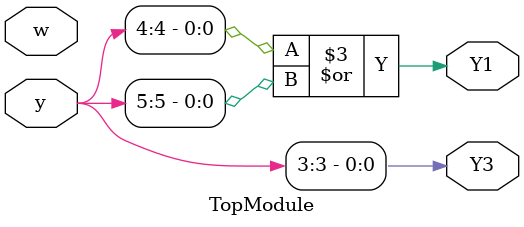
<source format=sv>
module TopModule(
    input logic [5:0] y,
    input logic w,
    output logic Y1,
    output logic Y3
);

    logic Y2, Y4;

    // Combinational logic to determine Y2 and Y4 based on the current state and input w
    always @(*) begin
        case ({y[5], y[4], y[3], y[2], y[1], y[0], w})
            8'b00000100: Y4 = 0;
            8'b00000110: Y4 = 0;
            8'b00001000: Y4 = 0;
            8'b00001010: Y4 = 0;
            8'b00010000: Y4 = 1;
            8'b00010010: Y4 = 0;
            8'b00001100: Y4 = 1;
            8'b00001111: Y4 = 0;
            8'b01000001: Y4 = 0;
            8'b01000010: Y4 = 1;
            8'b10000000: Y4 = 1;
            8'b10000010: Y4 = 0;
            default: Y4 = 0;
        endcase
    end

    // Logic for Y1 and Y3 based on the current state
    always @(*) begin
        Y1 = y[4] | y[5]; // States E and F have Y1 = 1
        Y3 = y[3];        // State D has Y3 = 1
    end

endmodule
</source>
